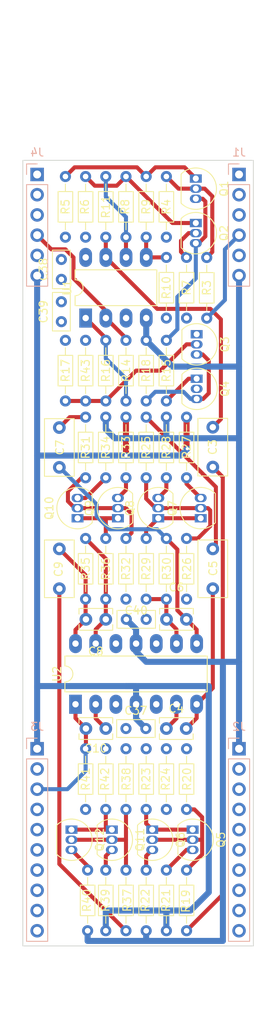
<source format=kicad_pcb>
(kicad_pcb (version 20221018) (generator pcbnew)
  (layers (0 "F.Cu" signal) (31 "B.Cu" signal) (34 "B.Paste" user) (35 "F.Paste" user) (36 "B.SilkS" user "B.Silkscreen") (37 "F.SilkS" user "F.Silkscreen") (38 "B.Mask" user) (39 "F.Mask" user) (44 "Edge.Cuts" user))
  (net 0 "")
  (net 1 "Net-(C3-Pad1)")
  (net 2 "Net-(C3-Pad2)")
  (net 3 "Net-(U2B--)")
  (net 4 "Net-(C4-Pad2)")
  (net 5 "Net-(C5-Pad2)")
  (net 6 "Net-(U2C--)")
  (net 7 "Net-(C6-Pad2)")
  (net 8 "Net-(C7-Pad2)")
  (net 9 "Net-(U2D--)")
  (net 10 "Net-(C8-Pad2)")
  (net 11 "Net-(C9-Pad2)")
  (net 12 "Net-(U2A--)")
  (net 13 "OUT")
  (net 14 "GND")
  (net 15 "+12V")
  (net 16 "-12V")
  (net 29 "Net-(Q1-C)")
  (net 30 "Net-(Q1-B)")
  (net 31 "Net-(Q1-E)")
  (net 32 "Net-(Q2-C)")
  (net 33 "Net-(Q2-B)")
  (net 34 "Net-(Q3-B)")
  (net 35 "Net-(Q3-E)")
  (net 36 "Net-(Q4-C)")
  (net 37 "Net-(Q5-C)")
  (net 38 "Net-(Q5-B)")
  (net 39 "Net-(Q5-E)")
  (net 40 "Net-(Q6-E)")
  (net 41 "Net-(Q7-C)")
  (net 42 "Net-(Q7-B)")
  (net 43 "Net-(Q7-E)")
  (net 44 "Net-(Q8-E)")
  (net 45 "Net-(Q10-C)")
  (net 46 "Net-(Q10-B)")
  (net 47 "Net-(Q9-E)")
  (net 48 "Net-(Q10-E)")
  (net 49 "Net-(Q11-C)")
  (net 50 "Net-(Q11-B)")
  (net 51 "Net-(Q11-E)")
  (net 52 "Net-(Q12-E)")
  (net 53 "IN")
  (net 54 "Net-(U1B--)")
  (net 55 "Net-(U1B-+)")
  (net 56 "CV_IN")
  (net 57 "Net-(R14-Pad2)")
  (footprint "Package_TO_SOT_THT:TO-92_Inline" (layer "F.Cu") (at 7.366 47.498 -90)
    (fp_text reference "Q4")
    (fp_text value "BC547")
  )
  (footprint "Resistor_THT:R_Axial_DIN0204_L3.6mm_D1.6mm_P7.62mm_Horizontal" (layer "F.Cu") (at -4.064 67.564 -90)
    (fp_text reference "R36")
    (fp_text value "10k")
  )
  (footprint "Capacitor_THT:C_Rect_L4.6mm_W2.0mm_P2.50mm_MKS02_FKP02" (layer "F.Cu") (at -1.524 91.44)
    (fp_text reference "C37")
    (fp_text value "100n")
  )
  (footprint "Package_TO_SOT_THT:TO-92_Inline" (layer "F.Cu") (at -3.302 104.14 -90)
    (fp_text reference "Q11")
    (fp_text value "BC557")
  )
  (footprint "Resistor_THT:R_Axial_DIN0204_L3.6mm_D1.6mm_P7.62mm_Horizontal" (layer "F.Cu") (at 6.096 116.84 90)
    (fp_text reference "R19")
    (fp_text value "27k")
  )
  (footprint "Package_TO_SOT_THT:TO-92_Inline" (layer "F.Cu") (at 1.778 104.14 -90)
    (fp_text reference "Q6")
    (fp_text value "BC547")
  )
  (footprint "Resistor_THT:R_Axial_DIN0204_L3.6mm_D1.6mm_P7.62mm_Horizontal" (layer "F.Cu") (at -6.604 42.672 -90)
    (fp_text reference "R43")
    (fp_text value "120k")
  )
  (footprint "Capacitor_THT:C_Rect_L4.0mm_W2.5mm_P2.50mm" (layer "F.Cu") (at -4.064 77.724 180)
    (fp_text reference "C8")
    (fp_text value "27p")
  )
  (footprint "Package_DIP:DIP-8_W7.62mm_LongPads" (layer "F.Cu") (at -6.594 39.878 90)
    (fp_text reference "U1")
    (fp_text value "TL072")
  )
  (footprint "Resistor_THT:R_Axial_DIN0204_L3.6mm_D1.6mm_P7.62mm_Horizontal" (layer "F.Cu") (at -1.524 101.6 90)
    (fp_text reference "R38")
    (fp_text value "68k")
  )
  (footprint "Resistor_THT:R_Axial_DIN0204_L3.6mm_D1.6mm_P7.62mm_Horizontal" (layer "F.Cu") (at -1.524 22.098 -90)
    (fp_text reference "R8")
    (fp_text value "15k")
  )
  (footprint "Resistor_THT:R_Axial_DIN0204_L3.6mm_D1.6mm_P7.62mm_Horizontal" (layer "F.Cu") (at -9.144 29.718 90)
    (fp_text reference "R5")
    (fp_text value "15k")
  )
  (footprint "Package_TO_SOT_THT:TO-92_Inline" (layer "F.Cu") (at -8.382 104.14 -90)
    (fp_text reference "Q12")
    (fp_text value "BC547")
  )
  (footprint "Resistor_THT:R_Axial_DIN0204_L3.6mm_D1.6mm_P7.62mm_Horizontal" (layer "F.Cu") (at 3.556 116.84 90)
    (fp_text reference "R21")
    (fp_text value "22k")
  )
  (footprint "Capacitor_THT:C_Rect_L4.0mm_W2.5mm_P2.50mm" (layer "F.Cu") (at 3.576 77.724)
    (fp_text reference "C6")
    (fp_text value "27p")
  )
  (footprint "Resistor_THT:R_Axial_DIN0204_L3.6mm_D1.6mm_P7.62mm_Horizontal" (layer "F.Cu") (at 6.096 101.6 90)
    (fp_text reference "R20")
    (fp_text value "68k")
  )
  (footprint "Capacitor_THT:C_Rect_L4.6mm_W2.0mm_P2.50mm_MKS02_FKP02" (layer "F.Cu") (at -9.652 35.017 90)
    (fp_text reference "C38")
    (fp_text value "100n")
  )
  (footprint "Resistor_THT:R_Axial_DIN0204_L3.6mm_D1.6mm_P7.62mm_Horizontal" (layer "F.Cu") (at -1.524 42.672 -90)
    (fp_text reference "R14")
    (fp_text value "150k")
  )
  (footprint "Capacitor_THT:C_Rect_L4.6mm_W2.0mm_P2.50mm_MKS02_FKP02" (layer "F.Cu") (at -9.652 40.331 90)
    (fp_text reference "C39")
    (fp_text value "100n")
  )
  (footprint "Capacitor_THT:C_Rect_L7.0mm_W3.5mm_P5.00mm" (layer "F.Cu") (at -9.906 68.874 -90)
    (fp_text reference "C9")
    (fp_text value "680n")
  )
  (footprint "Resistor_THT:R_Axial_DIN0204_L3.6mm_D1.6mm_P7.62mm_Horizontal" (layer "F.Cu") (at -6.604 101.6 90)
    (fp_text reference "R41")
    (fp_text value "120k")
  )
  (footprint "Resistor_THT:R_Axial_DIN0204_L3.6mm_D1.6mm_P7.62mm_Horizontal" (layer "F.Cu") (at -4.064 22.098 -90)
    (fp_text reference "R11")
    (fp_text value "150k")
  )
  (footprint "Capacitor_THT:C_Rect_L7.0mm_W3.5mm_P5.00mm" (layer "F.Cu") (at -9.906 58.634 90)
    (fp_text reference "C7")
    (fp_text value "680n")
  )
  (footprint "Resistor_THT:R_Axial_DIN0204_L3.6mm_D1.6mm_P7.62mm_Horizontal" (layer "F.Cu") (at -6.604 52.324 -90)
    (fp_text reference "R31")
    (fp_text value "27k")
  )
  (footprint "Resistor_THT:R_Axial_DIN0204_L3.6mm_D1.6mm_P7.62mm_Horizontal" (layer "F.Cu") (at 3.556 22.098 -90)
    (fp_text reference "R4")
    (fp_text value "820R")
  )
  (footprint "Capacitor_THT:C_Rect_L4.0mm_W2.5mm_P2.50mm" (layer "F.Cu") (at 3.556 91.44)
    (fp_text reference "C4")
    (fp_text value "27p")
  )
  (footprint "Capacitor_THT:C_Rect_L4.0mm_W2.5mm_P2.50mm" (layer "F.Cu") (at -4.064 91.44 180)
    (fp_text reference "C10")
    (fp_text value "27p")
  )
  (footprint "Resistor_THT:R_Axial_DIN0204_L3.6mm_D1.6mm_P7.62mm_Horizontal" (layer "F.Cu") (at 1.016 109.22 -90)
    (fp_text reference "R22")
    (fp_text value "22k")
  )
  (footprint "Package_TO_SOT_THT:TO-92_Inline" (layer "F.Cu") (at 7.26 27.94 -90)
    (fp_text reference "Q2")
    (fp_text value "BC547")
  )
  (footprint "Resistor_THT:R_Axial_DIN0204_L3.6mm_D1.6mm_P7.62mm_Horizontal" (layer "F.Cu") (at 1.016 22.098 -90)
    (fp_text reference "R9")
    (fp_text value "15k")
  )
  (footprint "Package_TO_SOT_THT:TO-92_Inline" (layer "F.Cu") (at 7.874 65.024 90)
    (fp_text reference "Q7")
    (fp_text value "BC557")
  )
  (footprint "Package_TO_SOT_THT:TO-92_Inline" (layer "F.Cu") (at 6.858 104.14 -90)
    (fp_text reference "Q5")
    (fp_text value "BC557")
  )
  (footprint "Resistor_THT:R_Axial_DIN0204_L3.6mm_D1.6mm_P7.62mm_Horizontal" (layer "F.Cu") (at 1.016 67.564 -90)
    (fp_text reference "R29")
    (fp_text value "10k")
  )
  (footprint "Resistor_THT:R_Axial_DIN0204_L3.6mm_D1.6mm_P7.62mm_Horizontal" (layer "F.Cu") (at -9.144 50.292 90)
    (fp_text reference "R17")
    (fp_text value "1.5k")
  )
  (footprint "Resistor_THT:R_Axial_DIN0204_L3.6mm_D1.6mm_P7.62mm_Horizontal" (layer "F.Cu") (at -6.604 67.564 -90)
    (fp_text reference "R35")
    (fp_text value "120k")
  )
  (footprint "Resistor_THT:R_Axial_DIN0204_L3.6mm_D1.6mm_P7.62mm_Horizontal" (layer "F.Cu") (at 6.096 52.324 -90)
    (fp_text reference "R27")
    (fp_text value "22k")
  )
  (footprint "Resistor_THT:R_Axial_DIN0204_L3.6mm_D1.6mm_P7.62mm_Horizontal" (layer "F.Cu") (at 6.096 67.564 -90)
    (fp_text reference "R26")
    (fp_text value "68k")
  )
  (footprint "Resistor_THT:R_Axial_DIN0204_L3.6mm_D1.6mm_P7.62mm_Horizontal" (layer "F.Cu") (at 3.556 42.672 -90)
    (fp_text reference "R15")
    (fp_text value "10")
  )
  (footprint "Resistor_THT:R_Axial_DIN0204_L3.6mm_D1.6mm_P7.62mm_Horizontal" (layer "F.Cu") (at 1.016 50.292 90)
    (fp_text reference "R18")
    (fp_text value "18k")
  )
  (footprint "Resistor_THT:R_Axial_DIN0204_L3.6mm_D1.6mm_P7.62mm_Horizontal" (layer "F.Cu") (at -4.064 101.6 90)
    (fp_text reference "R42")
    (fp_text value "10k")
  )
  (footprint "Resistor_THT:R_Axial_DIN0204_L3.6mm_D1.6mm_P7.62mm_Horizontal" (layer "F.Cu") (at -4.064 42.672 -90)
    (fp_text reference "R16")
    (fp_text value "100k")
  )
  (footprint "Resistor_THT:R_Axial_DIN0204_L3.6mm_D1.6mm_P7.62mm_Horizontal" (layer "F.Cu") (at -6.604 29.718 90)
    (fp_text reference "R6")
    (fp_text value "15k")
  )
  (footprint "Resistor_THT:R_Axial_DIN0204_L3.6mm_D1.6mm_P7.62mm_Horizontal" (layer "F.Cu") (at -1.524 52.324 -90)
    (fp_text reference "R33")
    (fp_text value "22k")
  )
  (footprint "Package_TO_SOT_THT:TO-92_Inline" (layer "F.Cu") (at 7.366 41.91 -90)
    (fp_text reference "Q3")
    (fp_text value "BC547")
  )
  (footprint "Resistor_THT:R_Axial_DIN0204_L3.6mm_D1.6mm_P7.62mm_Horizontal" (layer "F.Cu") (at 6.096 32.258 -90)
    (fp_text reference "R7")
    (fp_text value "1k")
  )
  (footprint "Package_TO_SOT_THT:TO-92_Inline" (layer "F.Cu") (at 2.54 65.024 90)
    (fp_text reference "Q8")
    (fp_text value "BC547")
  )
  (footprint "Package_TO_SOT_THT:TO-92_Inline" (layer "F.Cu") (at -2.54 65.024 90)
    (fp_text reference "Q9")
    (fp_text value "BC557")
  )
  (footprint "Resistor_THT:R_Axial_DIN0204_L3.6mm_D1.6mm_P7.62mm_Horizontal" (layer "F.Cu") (at -6.35 109.22 -90)
    (fp_text reference "R40")
    (fp_text value "22k")
  )
  (footprint "Resistor_THT:R_Axial_DIN0204_L3.6mm_D1.6mm_P7.62mm_Horizontal" (layer "F.Cu") (at 3.556 75.184 90)
    (fp_text reference "R30")
    (fp_text value "120k")
  )
  (footprint "Resistor_THT:R_Axial_DIN0204_L3.6mm_D1.6mm_P7.62mm_Horizontal" (layer "F.Cu") (at -1.524 116.84 90)
    (fp_text reference "R37")
    (fp_text value "27k")
  )
  (footprint "Resistor_THT:R_Axial_DIN0204_L3.6mm_D1.6mm_P7.62mm_Horizontal" (layer "F.Cu") (at 3.556 101.6 90)
    (fp_text reference "R24")
    (fp_text value "120k")
  )
  (footprint "Package_DIP:DIP-14_W7.62mm_LongPads" (layer "F.Cu") (at -7.874 88.392 90)
    (fp_text reference "U2")
    (fp_text value "TL074")
  )
  (footprint "Capacitor_THT:C_Rect_L7.0mm_W3.5mm_P5.00mm" (layer "F.Cu") (at 9.398 53.594 -90)
    (fp_text reference "C3")
    (fp_text value "680n")
  )
  (footprint "Capacitor_THT:C_Rect_L7.0mm_W3.5mm_P5.00mm" (layer "F.Cu") (at 9.398 73.874 90)
    (fp_text reference "C5")
    (fp_text value "680n")
  )
  (footprint "Capacitor_THT:C_Rect_L4.6mm_W2.0mm_P2.50mm_MKS02_FKP02" (layer "F.Cu") (at -1.484 77.724)
    (fp_text reference "C40")
    (fp_text value "100n")
  )
  (footprint "Resistor_THT:R_Axial_DIN0204_L3.6mm_D1.6mm_P7.62mm_Horizontal" (layer "F.Cu") (at -4.064 59.944 90)
    (fp_text reference "R34")
    (fp_text value "22k")
  )
  (footprint "Package_TO_SOT_THT:TO-92_Inline" (layer "F.Cu") (at 7.26 22.352 -90)
    (fp_text reference "Q1")
    (fp_text value "BC547")
  )
  (footprint "Resistor_THT:R_Axial_DIN0204_L3.6mm_D1.6mm_P7.62mm_Horizontal" (layer "F.Cu") (at 3.556 59.944 90)
    (fp_text reference "R28")
    (fp_text value "22k")
  )
  (footprint "Resistor_THT:R_Axial_DIN0204_L3.6mm_D1.6mm_P7.62mm_Horizontal" (layer "F.Cu") (at -4.064 116.84 90)
    (fp_text reference "R39")
    (fp_text value "22k")
  )
  (footprint "Package_TO_SOT_THT:TO-92_Inline" (layer "F.Cu") (at -7.62 65.024 90)
    (fp_text reference "Q10")
    (fp_text value "BC547")
  )
  (footprint "Resistor_THT:R_Axial_DIN0204_L3.6mm_D1.6mm_P7.62mm_Horizontal" (layer "F.Cu") (at 8.636 39.893 90)
    (fp_text reference "R3")
    (fp_text value "120k")
  )
  (footprint "Resistor_THT:R_Axial_DIN0204_L3.6mm_D1.6mm_P7.62mm_Horizontal" (layer "F.Cu") (at 3.556 32.258 -90)
    (fp_text reference "R10")
    (fp_text value "150k")
  )
  (footprint "Resistor_THT:R_Axial_DIN0204_L3.6mm_D1.6mm_P7.62mm_Horizontal" (layer "F.Cu") (at 1.016 52.324 -90)
    (fp_text reference "R25")
    (fp_text value "27k")
  )
  (footprint "Resistor_THT:R_Axial_DIN0204_L3.6mm_D1.6mm_P7.62mm_Horizontal" (layer "F.Cu") (at 1.016 101.6 90)
    (fp_text reference "R23")
    (fp_text value "10k")
  )
  (footprint "Resistor_THT:R_Axial_DIN0204_L3.6mm_D1.6mm_P7.62mm_Horizontal" (layer "F.Cu") (at -1.524 67.564 -90)
    (fp_text reference "R32")
    (fp_text value "68k")
  )
  (footprint "Connector_PinSocket_2.54mm:PinSocket_1x06_P2.54mm_Vertical" (layer "B.Cu") (at 12.7 21.844 180)
    (fp_text reference "J1")
    (fp_text value "Conn_01x06")
  )
  (footprint "Connector_PinSocket_2.54mm:PinSocket_1x06_P2.54mm_Vertical" (layer "B.Cu") (at -12.7 21.844 180)
    (fp_text reference "J4")
    (fp_text value "Conn_01x06")
  )
  (footprint "Connector_PinSocket_2.54mm:PinSocket_1x10_P2.54mm_Vertical" (layer "B.Cu") (at -12.7 93.98 180)
    (fp_text reference "J3")
    (fp_text value "Conn_01x10")
  )
  (footprint "Connector_PinSocket_2.54mm:PinSocket_1x10_P2.54mm_Vertical" (layer "B.Cu") (at 12.7 93.98 180)
    (fp_text reference "J2")
    (fp_text value "Conn_01x10")
  )
  (gr_rect (start -14.5 20.066) (end 14.5 118.75) (stroke (width 0.1)) (fill none) (layer "Edge.Cuts"))
  (segment (start 9.099003 38.724) (end 10.414 40.038997) (width 0.508) (layer "F.Cu") (net 1))
  (segment (start -4.064 29.718) (end -4.064 32.248) (width 0.508) (layer "F.Cu") (net 1))
  (segment (start -4.064 32.248) (end -4.054 32.258) (width 0.508) (layer "F.Cu") (net 1))
  (segment (start 10.414 40.038997) (end 10.414 52.578) (width 0.508) (layer "F.Cu") (net 1))
  (segment (start 10.414 52.578) (end 9.398 53.594) (width 0.508) (layer "F.Cu") (net 1))
  (segment (start -4.054 32.258) (end 2.412 38.724) (width 0.508) (layer "F.Cu") (net 1))
  (segment (start 2.412 38.724) (end 9.099003 38.724) (width 0.508) (layer "F.Cu") (net 1))
  (segment (start 10.652 112.284) (end 6.096 116.84) (width 0.508) (layer "F.Cu") (net 2))
  (segment (start 10.652 59.848) (end 10.652 112.284) (width 0.508) (layer "F.Cu") (net 2))
  (segment (start 9.398 58.594) (end 10.652 59.848) (width 0.508) (layer "F.Cu") (net 2))
  (segment (start 4.826 88.392) (end 4.826 90.17) (width 0.508) (layer "F.Cu") (net 3))
  (segment (start 4.826 90.17) (end 3.556 91.44) (width 0.508) (layer "F.Cu") (net 3))
  (segment (start 7.366 90.13) (end 6.056 91.44) (width 0.508) (layer "F.Cu") (net 4))
  (segment (start 9.398 73.874) (end 9.398 86.36) (width 0.508) (layer "F.Cu") (net 4))
  (segment (start 9.398 86.36) (end 7.366 88.392) (width 0.508) (layer "F.Cu") (net 4))
  (segment (start 7.366 88.392) (end 7.366 90.13) (width 0.508) (layer "F.Cu") (net 4))
  (segment (start 9.398 68.874) (end 9.786 68.486) (width 0.508) (layer "F.Cu") (net 5))
  (segment (start 9.786 68.486) (end 9.786 61.094) (width 0.508) (layer "F.Cu") (net 5))
  (segment (start 9.786 61.094) (end 1.016 52.324) (width 0.508) (layer "F.Cu") (net 5))
  (segment (start 4.826 80.772) (end 4.826 78.974) (width 0.508) (layer "F.Cu") (net 6))
  (segment (start 4.826 78.974) (end 3.576 77.724) (width 0.508) (layer "F.Cu") (net 6))
  (segment (start 3.556 77.704) (end 3.576 77.724) (width 0.508) (layer "F.Cu") (net 6))
  (segment (start 1.016 75.184) (end 3.556 75.184) (width 0.508) (layer "F.Cu") (net 6))
  (segment (start 3.556 75.184) (end 3.556 77.704) (width 0.508) (layer "F.Cu") (net 6))
  (segment (start 7.366 80.772) (end 7.366 79.014) (width 0.508) (layer "F.Cu") (net 7))
  (segment (start 4.942 68.95) (end 3.556 67.564) (width 0.508) (layer "F.Cu") (net 7))
  (segment (start 4.942 76.59) (end 4.942 68.95) (width 0.508) (layer "F.Cu") (net 7))
  (segment (start 6.076 77.724) (end 4.942 76.59) (width 0.508) (layer "F.Cu") (net 7))
  (segment (start 7.366 79.014) (end 6.076 77.724) (width 0.508) (layer "F.Cu") (net 7))
  (segment (start -9.860485 58.634) (end -5.218 63.276485) (width 0.508) (layer "B.Cu") (net 7))
  (segment (start 2.402 66.41) (end 3.556 67.564) (width 0.508) (layer "B.Cu") (net 7))
  (segment (start -5.218 64.777997) (end -3.585997 66.41) (width 0.508) (layer "B.Cu") (net 7))
  (segment (start -5.218 63.276485) (end -5.218 64.777997) (width 0.508) (layer "B.Cu") (net 7))
  (segment (start -9.906 58.634) (end -9.860485 58.634) (width 0.508) (layer "B.Cu") (net 7))
  (segment (start -3.585997 66.41) (end 2.402 66.41) (width 0.508) (layer "B.Cu") (net 7))
  (segment (start -8.596 52.324) (end -9.906 53.634) (width 0.508) (layer "F.Cu") (net 8))
  (segment (start -6.604 52.324) (end -8.596 52.324) (width 0.508) (layer "F.Cu") (net 8))
  (segment (start -6.898 52.618) (end -6.604 52.324) (width 0.508) (layer "F.Cu") (net 8))
  (segment (start -4.064 75.184) (end -4.064 70.104) (width 0.508) (layer "F.Cu") (net 9))
  (segment (start -5.334 80.772) (end -5.334 78.994) (width 0.508) (layer "F.Cu") (net 9))
  (segment (start -5.334 78.994) (end -4.064 77.724) (width 0.508) (layer "F.Cu") (net 9))
  (segment (start -4.064 70.104) (end -6.604 67.564) (width 0.508) (layer "F.Cu") (net 9))
  (segment (start -4.064 75.184) (end -4.064 77.724) (width 0.508) (layer "F.Cu") (net 9))
  (segment (start -7.874 79.034) (end -6.564 77.724) (width 0.508) (layer "F.Cu") (net 10))
  (segment (start -6.604 77.684) (end -6.564 77.724) (width 0.508) (layer "F.Cu") (net 10))
  (segment (start -6.604 75.184) (end -6.604 77.684) (width 0.508) (layer "F.Cu") (net 10))
  (segment (start -7.874 80.772) (end -7.874 79.034) (width 0.508) (layer "F.Cu") (net 10))
  (segment (start -6.604 72.176) (end -9.906 68.874) (width 0.508) (layer "F.Cu") (net 10))
  (segment (start -6.604 75.184) (end -6.604 72.176) (width 0.508) (layer "F.Cu") (net 10))
  (segment (start -9.906 73.874) (end -9.906 108.458) (width 0.508) (layer "F.Cu") (net 11))
  (segment (start -9.906 108.458) (end -1.524 116.84) (width 0.508) (layer "F.Cu") (net 11))
  (segment (start -5.334 90.17) (end -4.064 91.44) (width 0.508) (layer "F.Cu") (net 12))
  (segment (start -5.334 88.392) (end -5.334 90.17) (width 0.508) (layer "F.Cu") (net 12))
  (segment (start -6.564 91.44) (end -6.564 93.94) (width 0.508) (layer "F.Cu") (net 13))
  (segment (start -6.564 93.94) (end -6.604 93.98) (width 0.508) (layer "F.Cu") (net 13))
  (segment (start -7.874 90.13) (end -6.564 91.44) (width 0.508) (layer "F.Cu") (net 13))
  (segment (start -7.874 88.392) (end -7.874 90.13) (width 0.508) (layer "F.Cu") (net 13))
  (segment (start -12.7 99.06) (end -8.89 99.06) (width 0.508) (layer "B.Cu") (net 13))
  (segment (start -8.89 99.06) (end -6.604 96.774) (width 0.508) (layer "B.Cu") (net 13))
  (segment (start -6.604 96.774) (end -6.604 93.98) (width 0.508) (layer "B.Cu") (net 13))
  (segment (start -1.524 52.324) (end -1.524 57.15) (width 0.762) (layer "F.Cu") (net 15))
  (segment (start 6.096 56.19626) (end 6.19187 56.29213) (width 0.762) (layer "F.Cu") (net 15))
  (segment (start 6.096 52.324) (end 6.096 56.19626) (width 0.762) (layer "F.Cu") (net 15))
  (via (at -1.524 57.15) (size 0.8) (drill 0.4) (layers "F.Cu" "B.Cu") (net 15))
  (via (at 6.19187 56.29213) (size 0.8) (drill 0.4) (layers "F.Cu" "B.Cu") (net 15))
  (segment (start 6.604 114.3) (end 3.556 114.3) (width 0.762) (layer "B.Cu") (net 15))
  (segment (start -12.7 86.106) (end -1.524 86.106) (width 0.762) (layer "B.Cu") (net 15))
  (segment (start 8.89 86.106) (end 8.89 112.014) (width 0.762) (layer "B.Cu") (net 15))
  (segment (start -12.7 34.544) (end -12.7 57.15) (width 0.762) (layer "B.Cu") (net 15))
  (segment (start -0.254 90.21) (end 0.976 91.44) (width 0.762) (layer "B.Cu") (net 15))
  (segment (start -4.064 114.3) (end 3.556 114.3) (width 0.762) (layer "B.Cu") (net 15))
  (segment (start 3.556 116.84) (end 3.556 114.3) (width 0.762) (layer "B.Cu") (net 15))
  (segment (start -12.7 86.36) (end -12.7 93.98) (width 0.762) (layer "B.Cu") (net 15))
  (segment (start -1.524 86.106) (end -0.254 86.106) (width 0.762) (layer "B.Cu") (net 15))
  (segment (start -0.254 86.106) (end -0.254 88.392) (width 0.762) (layer "B.Cu") (net 15))
  (segment (start -0.254 88.392) (end -0.254 90.21) (width 0.762) (layer "B.Cu") (net 15))
  (segment (start -4.064 116.84) (end -4.064 114.3) (width 0.762) (layer "B.Cu") (net 15))
  (segment (start -12.7 57.15) (end -1.524 57.15) (width 0.762) (layer "B.Cu") (net 15))
  (segment (start 8.89 112.014) (end 6.604 114.3) (width 0.762) (layer "B.Cu") (net 15))
  (segment (start 5.334 57.15) (end 6.19187 56.29213) (width 0.762) (layer "B.Cu") (net 15))
  (segment (start -1.524 86.106) (end 8.89 86.106) (width 0.762) (layer "B.Cu") (net 15))
  (segment (start -1.524 57.15) (end 5.334 57.15) (width 0.762) (layer "B.Cu") (net 15))
  (segment (start -12.7 57.15) (end -12.7 86.36) (width 0.762) (layer "B.Cu") (net 15))
  (segment (start -12.7 86.36) (end -12.7 86.106) (width 0.762) (layer "B.Cu") (net 15))
  (segment (start 12.7 83.058) (end 10.668 83.058) (width 0.762) (layer "B.Cu") (net 16))
  (segment (start 12.7 34.544) (end 12.7 45.974) (width 0.762) (layer "B.Cu") (net 16))
  (segment (start 12.589 54.975) (end 3.556 54.975) (width 0.762) (layer "B.Cu") (net 16))
  (segment (start -0.254 78.954) (end -1.484 77.724) (width 0.762) (layer "B.Cu") (net 16))
  (segment (start 12.7 83.058) (end 12.7 93.98) (width 0.762) (layer "B.Cu") (net 16))
  (segment (start 10.668 83.058) (end 1.016 83.058) (width 0.762) (layer "B.Cu") (net 16))
  (segment (start -0.254 80.772) (end -0.254 78.954) (width 0.762) (layer "B.Cu") (net 16))
  (segment (start 12.7 56.134) (end 12.7 83.058) (width 0.762) (layer "B.Cu") (net 16))
  (segment (start 4.318 45.974) (end 12.7 45.974) (width 0.762) (layer "B.Cu") (net 16))
  (segment (start 1.016 83.058) (end -0.254 81.788) (width 0.762) (layer "B.Cu") (net 16))
  (segment (start 12.7 54.864) (end 12.7 56.134) (width 0.762) (layer "B.Cu") (net 16))
  (segment (start 1.016 118.121) (end 10.668 118.121) (width 0.762) (layer "B.Cu") (net 16))
  (segment (start 3.556 54.975) (end -2.937 54.975) (width 0.762) (layer "B.Cu") (net 16))
  (segment (start -6.35 118.121) (end 1.016 118.121) (width 0.762) (layer "B.Cu") (net 16))
  (segment (start 1.016 42.672) (end 4.318 45.974) (width 0.762) (layer "B.Cu") (net 16))
  (segment (start 1.026 39.878) (end 1.026 42.662) (width 0.762) (layer "B.Cu") (net 16))
  (segment (start 10.668 83.058) (end 10.668 118.121) (width 0.762) (layer "B.Cu") (net 16))
  (segment (start 12.7 54.864) (end 12.589 54.975) (width 0.762) (layer "B.Cu") (net 16))
  (segment (start -0.254 81.788) (end -0.254 80.772) (width 0.762) (layer "B.Cu") (net 16))
  (segment (start 3.556 52.324) (end 3.556 54.975) (width 0.762) (layer "B.Cu") (net 16))
  (segment (start -2.937 54.975) (end -4.064 53.848) (width 0.762) (layer "B.Cu") (net 16))
  (segment (start 1.026 42.662) (end 1.016 42.672) (width 0.762) (layer "B.Cu") (net 16))
  (segment (start -4.064 53.848) (end -4.064 52.324) (width 0.762) (layer "B.Cu") (net 16))
  (segment (start 1.016 116.84) (end 1.016 118.121) (width 0.762) (layer "B.Cu") (net 16))
  (segment (start -6.35 116.84) (end -6.35 118.121) (width 0.762) (layer "B.Cu") (net 16))
  (segment (start 12.7 45.974) (end 12.7 54.864) (width 0.762) (layer "B.Cu") (net 16))
  (segment (start 5.852 20.944) (end 7.26 22.352) (width 0.508) (layer "F.Cu") (net 29))
  (segment (start -0.138 20.944) (end 1.016 22.098) (width 0.508) (layer "F.Cu") (net 29))
  (segment (start 2.17 20.944) (end 5.852 20.944) (width 0.508) (layer "F.Cu") (net 29))
  (segment (start -7.99 20.944) (end -0.138 20.944) (width 0.508) (layer "F.Cu") (net 29))
  (segment (start 1.016 22.098) (end 2.17 20.944) (width 0.508) (layer "F.Cu") (net 29))
  (segment (start -9.144 22.098) (end -7.99 20.944) (width 0.508) (layer "F.Cu") (net 29))
  (segment (start 3.556 22.098) (end 5.08 23.622) (width 0.508) (layer "F.Cu") (net 30))
  (segment (start 9.336 24.576) (end 8.382 23.622) (width 0.508) (layer "F.Cu") (net 30))
  (segment (start 5.08 23.622) (end 7.26 23.622) (width 0.508) (layer "F.Cu") (net 30))
  (segment (start 9.336 31.573) (end 9.336 24.576) (width 0.508) (layer "F.Cu") (net 30))
  (segment (start 8.636 32.273) (end 9.336 31.573) (width 0.508) (layer "F.Cu") (net 30))
  (segment (start 8.382 23.622) (end 7.26 23.622) (width 0.508) (layer "F.Cu") (net 30))
  (segment (start 8.128 24.892) (end 8.464 25.228) (width 0.508) (layer "F.Cu") (net 31))
  (segment (start 7.26 24.892) (end 8.128 24.892) (width 0.508) (layer "F.Cu") (net 31))
  (segment (start 7.599515 30.48) (end 7.26 30.48) (width 0.508) (layer "F.Cu") (net 31))
  (segment (start 8.464 29.615515) (end 7.599515 30.48) (width 0.508) (layer "F.Cu") (net 31))
  (segment (start 8.464 25.228) (end 8.464 29.615515) (width 0.508) (layer "F.Cu") (net 31))
  (segment (start 4.942 37.222) (end 4.942 41.286) (width 0.508) (layer "B.Cu") (net 31))
  (segment (start 4.942 41.286) (end 3.556 42.672) (width 0.508) (layer "B.Cu") (net 31))
  (segment (start 7.26 34.904) (end 4.942 37.222) (width 0.508) (layer "B.Cu") (net 31))
  (segment (start 7.26 30.48) (end 7.26 34.904) (width 0.508) (layer "B.Cu") (net 31))
  (segment (start -6.604 22.098) (end -5.45 23.252) (width 0.508) (layer "F.Cu") (net 32))
  (segment (start 4.318 27.94) (end 7.26 27.94) (width 0.508) (layer "F.Cu") (net 32))
  (segment (start -1.524 22.098) (end 4.318 27.94) (width 0.508) (layer "F.Cu") (net 32))
  (segment (start -2.678 23.252) (end -1.524 22.098) (width 0.508) (layer "F.Cu") (net 32))
  (segment (start -5.45 23.252) (end -2.678 23.252) (width 0.508) (layer "F.Cu") (net 32))
  (segment (start 6.096 32.258) (end 5.396 31.558) (width 0.508) (layer "F.Cu") (net 33))
  (segment (start 6.35 29.21) (end 7.26 29.21) (width 0.508) (layer "F.Cu") (net 33))
  (segment (start 5.396 30.164) (end 6.35 29.21) (width 0.508) (layer "F.Cu") (net 33))
  (segment (start 5.396 31.558) (end 5.396 30.164) (width 0.508) (layer "F.Cu") (net 33))
  (segment (start -9.144 50.292) (end -6.604 50.292) (width 0.508) (layer "F.Cu") (net 34))
  (segment (start 2.794 46.482) (end -0.254 46.482) (width 0.508) (layer "F.Cu") (net 34))
  (segment (start -0.254 46.482) (end -4.064 50.292) (width 0.508) (layer "F.Cu") (net 34))
  (segment (start -6.604 50.292) (end -4.064 50.292) (width 0.508) (layer "F.Cu") (net 34))
  (segment (start 7.366 43.18) (end 6.096 43.18) (width 0.508) (layer "F.Cu") (net 34))
  (segment (start 6.096 43.18) (end 2.794 46.482) (width 0.508) (layer "F.Cu") (net 34))
  (segment (start 8.89 45.212) (end 8.89 49.322) (width 0.508) (layer "F.Cu") (net 35))
  (segment (start 8.174 50.038) (end 7.366 50.038) (width 0.508) (layer "F.Cu") (net 35))
  (segment (start 8.89 49.322) (end 8.174 50.038) (width 0.508) (layer "F.Cu") (net 35))
  (segment (start 8.128 44.45) (end 8.89 45.212) (width 0.508) (layer "F.Cu") (net 35))
  (segment (start 7.366 44.45) (end 8.128 44.45) (width 0.508) (layer "F.Cu") (net 35))
  (segment (start 2.17 49.138) (end 5.704 49.138) (width 0.508) (layer "B.Cu") (net 35))
  (segment (start 1.016 50.292) (end 2.17 49.138) (width 0.508) (layer "B.Cu") (net 35))
  (segment (start 5.704 49.138) (end 6.604 50.038) (width 0.508) (layer "B.Cu") (net 35))
  (segment (start 6.604 50.038) (end 7.366 50.038) (width 0.508) (layer "B.Cu") (net 35))
  (segment (start 3.556 50.292) (end 6.35 47.498) (width 0.508) (layer "F.Cu") (net 36))
  (segment (start 6.35 47.498) (end 7.366 47.498) (width 0.508) (layer "F.Cu") (net 36))
  (segment (start 1.778 104.14) (end 6.858 104.14) (width 0.508) (layer "F.Cu") (net 37))
  (segment (start 1.016 101.6) (end 1.016 103.378) (width 0.508) (layer "F.Cu") (net 37))
  (segment (start 1.016 103.378) (end 1.778 104.14) (width 0.508) (layer "F.Cu") (net 37))
  (segment (start 6.096 109.22) (end 8.062 107.254) (width 0.508) (layer "F.Cu") (net 38))
  (segment (start 1.778 105.41) (end 6.858 105.41) (width 0.508) (layer "F.Cu") (net 38))
  (segment (start 8.062 107.254) (end 8.062 102.576051) (width 0.508) (layer "F.Cu") (net 38))
  (segment (start 7.771 105.41) (end 6.858 105.41) (width 0.508) (layer "F.Cu") (net 38))
  (segment (start 7.085949 101.6) (end 8.062 102.576051) (width 0.508) (layer "F.Cu") (net 38))
  (segment (start 6.096 101.6) (end 7.085949 101.6) (width 0.508) (layer "F.Cu") (net 38))
  (segment (start 6.096 106.68) (end 3.556 109.22) (width 0.508) (layer "F.Cu") (net 39))
  (segment (start 6.858 106.68) (end 6.096 106.68) (width 0.508) (layer "F.Cu") (net 39))
  (segment (start 1.016 107.442) (end 1.778 106.68) (width 0.508) (layer "F.Cu") (net 40))
  (segment (start 1.016 109.22) (end 1.016 107.442) (width 0.508) (layer "F.Cu") (net 40))
  (segment (start 2.54 65.024) (end 7.874 65.024) (width 0.508) (layer "F.Cu") (net 41))
  (segment (start 1.016 66.548) (end 2.54 65.024) (width 0.508) (layer "F.Cu") (net 41))
  (segment (start 1.016 67.564) (end 1.016 66.548) (width 0.508) (layer "F.Cu") (net 41))
  (segment (start 9.078 64.045) (end 8.787 63.754) (width 0.508) (layer "F.Cu") (net 42))
  (segment (start 9.078 66.003) (end 9.078 64.045) (width 0.508) (layer "F.Cu") (net 42))
  (segment (start 7.517 67.564) (end 9.078 66.003) (width 0.508) (layer "F.Cu") (net 42))
  (segment (start 6.096 67.564) (end 7.517 67.564) (width 0.508) (layer "F.Cu") (net 42))
  (segment (start 1.016 62.569515) (end 1.016 59.944) (width 0.508) (layer "F.Cu") (net 42))
  (segment (start 2.200485 63.754) (end 1.016 62.569515) (width 0.508) (layer "F.Cu") (net 42))
  (segment (start 8.787 63.754) (end 7.874 63.754) (width 0.508) (layer "F.Cu") (net 42))
  (segment (start 2.54 63.754) (end 2.200485 63.754) (width 0.508) (layer "F.Cu") (net 42))
  (segment (start 2.54 63.754) (end 7.874 63.754) (width 0.508) (layer "F.Cu") (net 42))
  (segment (start 6.096 60.706) (end 7.874 62.484) (width 0.508) (layer "F.Cu") (net 43))
  (segment (start 6.096 59.944) (end 6.096 60.706) (width 0.508) (layer "F.Cu") (net 43))
  (segment (start 3.556 61.468) (end 2.54 62.484) (width 0.508) (layer "F.Cu") (net 44))
  (segment (start 3.556 59.944) (end 3.556 61.468) (width 0.508) (layer "F.Cu") (net 44))
  (segment (start -7.62 65.024) (end -4.064 65.024) (width 0.508) (layer "F.Cu") (net 45))
  (segment (start -4.064 65.024) (end -2.54 65.024) (width 0.508) (layer "F.Cu") (net 45))
  (segment (start -4.064 67.564) (end -4.064 65.024) (width 0.508) (layer "F.Cu") (net 45))
  (segment (start -8.824 62.889515) (end -8.824 61.656) (width 0.508) (layer "F.Cu") (net 46))
  (segment (start -0.824 66.864) (end -0.824 64.454) (width 0.508) (layer "F.Cu") (net 46))
  (segment (start -1.524 67.564) (end -0.824 66.864) (width 0.508) (layer "F.Cu") (net 46))
  (segment (start -7.62 63.754) (end -2.54 63.754) (width 0.508) (layer "F.Cu") (net 46))
  (segment (start -7.959515 63.754) (end -8.824 62.889515) (width 0.508) (layer "F.Cu") (net 46))
  (segment (start -1.524 63.754) (end -2.54 63.754) (width 0.508) (layer "F.Cu") (net 46))
  (segment (start -8.824 61.656) (end -7.112 59.944) (width 0.508) (layer "F.Cu") (net 46))
  (segment (start -7.112 59.944) (end -6.604 59.944) (width 0.508) (layer "F.Cu") (net 46))
  (segment (start -7.62 63.754) (end -7.959515 63.754) (width 0.508) (layer "F.Cu") (net 46))
  (segment (start -0.824 64.454) (end -1.524 63.754) (width 0.508) (layer "F.Cu") (net 46))
  (segment (start -1.524 59.944) (end -1.524 61.468) (width 0.508) (layer "F.Cu") (net 47))
  (segment (start -1.524 61.468) (end -2.54 62.484) (width 0.508) (layer "F.Cu") (net 47))
  (segment (start -6.604 62.484) (end -4.064 59.944) (width 0.508) (layer "F.Cu") (net 48))
  (segment (start -7.62 62.484) (end -6.604 62.484) (width 0.508) (layer "F.Cu") (net 48))
  (segment (start -8.382 104.14) (end -4.064 104.14) (width 0.508) (layer "F.Cu") (net 49))
  (segment (start -4.064 104.14) (end -3.302 104.14) (width 0.508) (layer "F.Cu") (net 49))
  (segment (start -4.064 101.6) (end -4.064 104.14) (width 0.508) (layer "F.Cu") (net 49))
  (segment (start -1.524 105.41) (end -1.524 109.22) (width 0.508) (layer "F.Cu") (net 50))
  (segment (start -3.302 105.41) (end -1.524 105.41) (width 0.508) (layer "F.Cu") (net 50))
  (segment (start -1.524 101.6) (end -1.524 105.41) (width 0.508) (layer "F.Cu") (net 50))
  (segment (start -8.382 105.41) (end -3.302 105.41) (width 0.508) (layer "F.Cu") (net 50))
  (segment (start -4.064 109.22) (end -4.064 107.442) (width 0.508) (layer "F.Cu") (net 51))
  (segment (start -4.064 107.442) (end -3.302 106.68) (width 0.508) (layer "F.Cu") (net 51))
  (segment (start -6.35 108.712) (end -8.382 106.68) (width 0.508) (layer "F.Cu") (net 52))
  (segment (start -6.35 109.22) (end -6.35 108.712) (width 0.508) (layer "F.Cu") (net 52))
  (segment (start 10.922 31.242) (end 12.7 29.464) (width 0.508) (layer "B.Cu") (net 53))
  (segment (start 8.636 39.893) (end 10.922 37.607) (width 0.508) (layer "B.Cu") (net 53))
  (segment (start 10.922 37.607) (end 10.922 31.242) (width 0.508) (layer "B.Cu") (net 53))
  (segment (start -1.524 32.248) (end -1.514 32.258) (width 0.508) (layer "F.Cu") (net 54))
  (segment (start -1.524 29.718) (end -1.524 32.248) (width 0.508) (layer "F.Cu") (net 54))
  (segment (start -4.064 22.098) (end -4.064 24.638) (width 0.508) (layer "B.Cu") (net 54))
  (segment (start -1.524 27.178) (end -1.524 29.718) (width 0.508) (layer "B.Cu") (net 54))
  (segment (start -4.064 24.638) (end -1.524 27.178) (width 0.508) (layer "B.Cu") (net 54))
  (segment (start 1.016 32.248) (end 1.026 32.258) (width 0.508) (layer "F.Cu") (net 55))
  (segment (start 1.026 32.258) (end 3.556 32.258) (width 0.508) (layer "F.Cu") (net 55))
  (segment (start 1.016 29.718) (end 1.016 32.248) (width 0.508) (layer "F.Cu") (net 55))
  (segment (start -1.524 42.408) (end -4.054 39.878) (width 0.508) (layer "F.Cu") (net 56))
  (segment (start -1.524 42.672) (end -1.524 42.408) (width 0.508) (layer "F.Cu") (net 56))
  (segment (start -12.7 29.464) (end -10.922 31.242) (width 0.508) (layer "F.Cu") (net 56))
  (segment (start -9.144 31.242) (end -8.128 32.258) (width 0.508) (layer "F.Cu") (net 56))
  (segment (start -8.128 32.258) (end -8.128 34.896) (width 0.508) (layer "F.Cu") (net 56))
  (segment (start -4.054 38.97) (end -4.054 39.878) (width 0.508) (layer "F.Cu") (net 56))
  (segment (start -10.922 31.242) (end -9.144 31.242) (width 0.508) (layer "F.Cu") (net 56))
  (segment (start -8.128 34.896) (end -4.054 38.97) (width 0.508) (layer "F.Cu") (net 56))
  (segment (start -4.064 42.408) (end -6.594 39.878) (width 0.508) (layer "F.Cu") (net 57))
  (segment (start -4.064 42.672) (end -4.064 42.408) (width 0.508) (layer "F.Cu") (net 57))
  (segment (start -4.064 42.672) (end -4.064 44.958) (width 0.508) (layer "B.Cu") (net 57))
  (segment (start -4.064 44.958) (end -1.524 47.498) (width 0.508) (layer "B.Cu") (net 57))
  (segment (start -1.524 47.498) (end -1.524 50.292) (width 0.508) (layer "B.Cu") (net 57))
)
</source>
